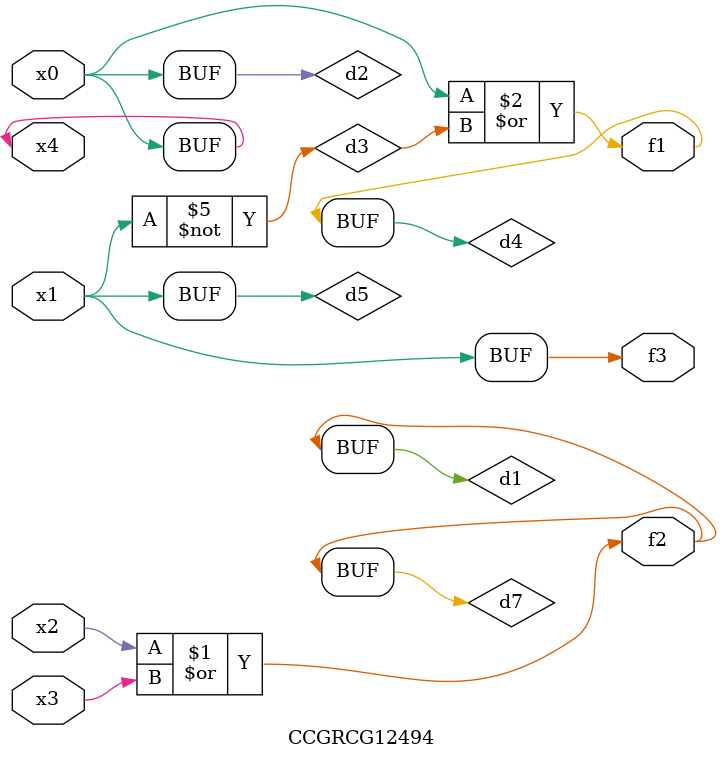
<source format=v>
module CCGRCG12494(
	input x0, x1, x2, x3, x4,
	output f1, f2, f3
);

	wire d1, d2, d3, d4, d5, d6, d7;

	or (d1, x2, x3);
	buf (d2, x0, x4);
	not (d3, x1);
	or (d4, d2, d3);
	not (d5, d3);
	nand (d6, d1, d3);
	or (d7, d1);
	assign f1 = d4;
	assign f2 = d7;
	assign f3 = d5;
endmodule

</source>
